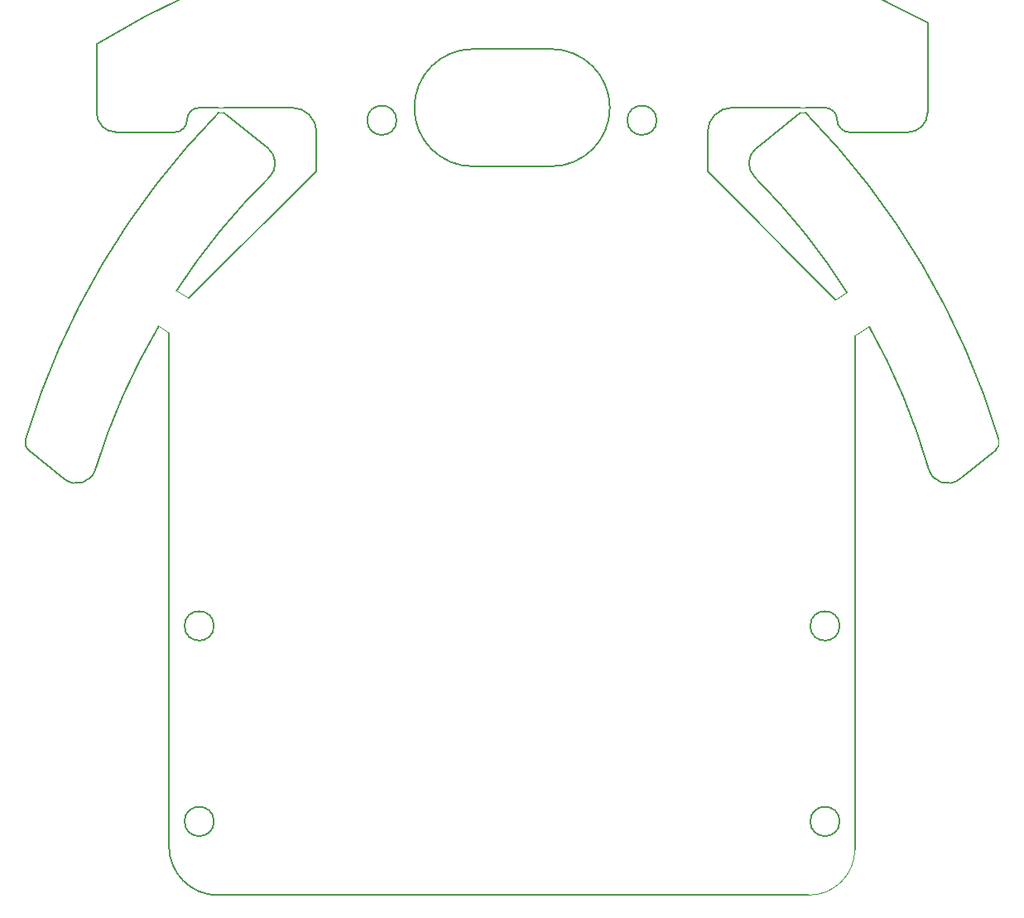
<source format=gm1>
%TF.GenerationSoftware,KiCad,Pcbnew,7.0.1*%
%TF.CreationDate,2023-06-07T19:09:21+09:00*%
%TF.ProjectId,trace,74726163-652e-46b6-9963-61645f706362,rev?*%
%TF.SameCoordinates,Original*%
%TF.FileFunction,Profile,NP*%
%FSLAX46Y46*%
G04 Gerber Fmt 4.6, Leading zero omitted, Abs format (unit mm)*
G04 Created by KiCad (PCBNEW 7.0.1) date 2023-06-07 19:09:21*
%MOMM*%
%LPD*%
G01*
G04 APERTURE LIST*
%TA.AperFunction,Profile*%
%ADD10C,0.200000*%
%TD*%
%TA.AperFunction,Profile*%
%ADD11C,0.100000*%
%TD*%
G04 APERTURE END LIST*
D10*
X99637010Y-71354310D02*
G75*
G03*
X100887010Y-70104284I-10J1250010D01*
G01*
X122317566Y-70142500D02*
G75*
G03*
X122317566Y-70142500I-1500000J0D01*
G01*
X159111195Y-72981741D02*
G75*
G03*
X158962226Y-75970978I1250705J-1560659D01*
G01*
X99050000Y-91850000D02*
X99050000Y-144400000D01*
X176638168Y-69355171D02*
X176638168Y-60161876D01*
X164137039Y-68854534D02*
X166137039Y-68854284D01*
X91637016Y-69354024D02*
G75*
G03*
X93637010Y-71354284I1999984J-276D01*
G01*
X167387216Y-70104859D02*
G75*
G03*
X166137039Y-68854284I-1250016J559D01*
G01*
X102137010Y-68854310D02*
G75*
G03*
X100887010Y-70104284I-10J-1249990D01*
G01*
X103638010Y-141858284D02*
G75*
G03*
X103638010Y-141858284I-1500000J0D01*
G01*
X99050005Y-144400000D02*
G75*
G03*
X104049095Y-149399095I4999095J0D01*
G01*
X176638167Y-60161879D02*
G75*
G03*
X91637919Y-62356855I-40615957J-74061671D01*
G01*
X163637101Y-69354596D02*
X159111178Y-72981719D01*
X91637919Y-62356855D02*
X91637010Y-69354024D01*
X167638010Y-141858284D02*
G75*
G03*
X167638010Y-141858284I-1500000J0D01*
G01*
X84690204Y-103902304D02*
X88353845Y-106838385D01*
X168384262Y-87750735D02*
G75*
G03*
X158962225Y-75970979I-57457462J-36299365D01*
G01*
X183584010Y-103902311D02*
G75*
G03*
X183916538Y-102834867I-625310J780311D01*
G01*
X130137010Y-62854276D02*
G75*
G03*
X130137010Y-74854284I0J-6000004D01*
G01*
X168638639Y-71356584D02*
X174638639Y-71355171D01*
X130137010Y-74854284D02*
X138137010Y-74854284D01*
D11*
X164500000Y-149400000D02*
G75*
G03*
X169200000Y-144700000I0J4700000D01*
G01*
D10*
X179920365Y-106838385D02*
X183584005Y-103902304D01*
X84357639Y-102834857D02*
G75*
G03*
X84690205Y-103902303I958061J-287043D01*
G01*
X167387116Y-70104859D02*
G75*
G03*
X168638639Y-71356584I1251084J-641D01*
G01*
D11*
X169200000Y-92100000D02*
X170652147Y-91226894D01*
D10*
X176746860Y-105828168D02*
G75*
G03*
X179920365Y-106838384I1922740J550368D01*
G01*
D11*
X99800000Y-87600000D02*
X101100000Y-88300000D01*
D10*
X104049095Y-149399095D02*
X164500000Y-149399095D01*
X102137010Y-68854284D02*
X104137171Y-68854284D01*
D11*
X163637039Y-68854596D02*
X164137039Y-68854534D01*
D10*
X138137010Y-62854284D02*
X130137010Y-62854284D01*
D11*
X167184614Y-88468926D02*
X168384251Y-87750742D01*
D10*
X183916540Y-102834867D02*
G75*
G03*
X164137101Y-69354534I-77589990J-23255653D01*
G01*
X114137510Y-75356084D02*
X101100000Y-88300000D01*
X104637108Y-68854284D02*
X111637011Y-68854284D01*
X104137108Y-69354534D02*
G75*
G03*
X84357673Y-102834867I57810262J-56735806D01*
G01*
X174638639Y-71355168D02*
G75*
G03*
X176638168Y-69355171I-439J1999968D01*
G01*
X138137010Y-74854316D02*
G75*
G03*
X138137010Y-62854284I-10J6000016D01*
G01*
X103638010Y-121858284D02*
G75*
G03*
X103638010Y-121858284I-1500000J0D01*
G01*
X109163031Y-72981719D02*
X104637108Y-69354596D01*
X97989253Y-91223711D02*
G75*
G03*
X91527338Y-105828165I58523647J-34626289D01*
G01*
X114137010Y-71353971D02*
X114137510Y-75356084D01*
X148917500Y-70142500D02*
G75*
G03*
X148917500Y-70142500I-1500000J0D01*
G01*
X88353875Y-106838347D02*
G75*
G03*
X91527338Y-105828165I1250725J1560647D01*
G01*
D11*
X163637101Y-69354596D02*
X164137101Y-69354534D01*
D10*
X176746870Y-105828165D02*
G75*
G03*
X170652146Y-91226894I-65374670J-18715435D01*
G01*
X156636003Y-68855540D02*
G75*
G03*
X154140041Y-71349711I197J-2496160D01*
G01*
D11*
X104137108Y-69354534D02*
X104637108Y-69354596D01*
D10*
X167638010Y-121858284D02*
G75*
G03*
X167638010Y-121858284I-1500000J0D01*
G01*
X114137016Y-71353971D02*
G75*
G03*
X111637011Y-68854284I-2500016J-329D01*
G01*
X93637010Y-71354284D02*
X99637010Y-71354284D01*
X169200000Y-144700000D02*
X169200000Y-92100000D01*
X109305024Y-75963875D02*
G75*
G03*
X99800001Y-87600000I47595676J-48578925D01*
G01*
D11*
X104137171Y-68854284D02*
X104637108Y-68854284D01*
D10*
X167184614Y-88468926D02*
X154136774Y-75353694D01*
X109312001Y-75970997D02*
G75*
G03*
X109163031Y-72981719I-1399701J1428597D01*
G01*
D11*
X97989259Y-91223715D02*
X99050000Y-91850000D01*
D10*
X156636003Y-68855471D02*
X163637039Y-68854596D01*
X154136774Y-75353694D02*
X154140040Y-71349711D01*
M02*

</source>
